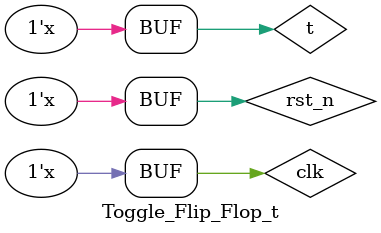
<source format=v>
`include "Lab1_Team1_Toggle_Flip_Flop.v"
`timescale 1ns / 1ps

module Toggle_Flip_Flop_t();
    reg t = 1'b0, rst_n = 1'b0, clk = 1'b0;
    wire q;
    Toggle_Flip_Flop T1(clk, q, t, rst_n);
    always #4 clk = ~clk;
    always #37 rst_n = ~rst_n;
    always #10 t = ~t;
endmodule
</source>
